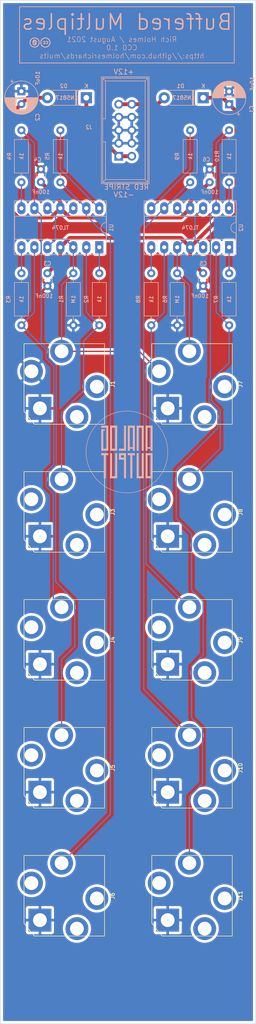
<source format=kicad_pcb>
(kicad_pcb (version 20171130) (host pcbnew 5.1.10-88a1d61d58~90~ubuntu20.04.1)
  (layers (0 F.Cu signal hide) (31 B.Cu signal hide) (34 B.Paste user) (35 F.Paste user) (36 B.SilkS user) (37 F.SilkS user) (38 B.Mask user) (39 F.Mask user) (44 Edge.Cuts user))
  (net 0 "")
  (net 1 GND)
  (net 2 +12V)
  (net 3 -12V)
  (net 4 /+12_IN)
  (net 5 /-12_IN)
  (net 6 "Net-(J1-PadT)")
  (net 7 "Net-(J3-PadT)")
  (net 8 "Net-(J4-PadT)")
  (net 9 "Net-(J5-PadT)")
  (net 10 "Net-(J6-PadT)")
  (net 11 "Net-(J7-PadT)")
  (net 12 "Net-(J8-PadT)")
  (net 13 "Net-(J9-PadT)")
  (net 14 "Net-(J10-PadT)")
  (net 15 "Net-(J11-PadT)")
  (net 16 "Net-(R2-Pad2)")
  (net 17 "Net-(R3-Pad2)")
  (net 18 "Net-(R4-Pad2)")
  (net 19 "Net-(R5-Pad2)")
  (net 20 "Net-(R7-Pad2)")
  (net 21 "Net-(R8-Pad2)")
  (net 22 "Net-(R9-Pad2)")
  (net 23 "Net-(R10-Pad2)")
  (module ao_tht:DIP-14_W7.62mm_Socket_LongPads (layer B.Cu) (at 144.78 48.26 90)
    (fp_text reference U2 (at 3.81 2.33 90) (layer B.SilkS) (effects (font (size 0.75 0.75)) (justify mirror)))
    (fp_text value TL074)
    (fp_text user %V (at 3.81 -7.62 180) (layer B.SilkS) (effects (font (size 0.75 0.75)) (justify mirror)))
    (pad 14 thru_hole oval (at 7.62 0 90) (size 2.4 1.6) (drill 0.8) (layers *.Cu *.Mask) (net 23 "Net-(R10-Pad2)"))
    (pad 7 thru_hole oval (at 0 -15.24 90) (size 2.4 1.6) (drill 0.8) (layers *.Cu *.Mask) (net 21 "Net-(R8-Pad2)"))
    (pad 13 thru_hole oval (at 7.62 -2.54 90) (size 2.4 1.6) (drill 0.8) (layers *.Cu *.Mask) (net 15 "Net-(J11-PadT)"))
    (pad 6 thru_hole oval (at 0 -12.7 90) (size 2.4 1.6) (drill 0.8) (layers *.Cu *.Mask) (net 13 "Net-(J9-PadT)"))
    (pad 12 thru_hole oval (at 7.62 -5.08 90) (size 2.4 1.6) (drill 0.8) (layers *.Cu *.Mask) (net 11 "Net-(J7-PadT)"))
    (pad 5 thru_hole oval (at 0 -10.16 90) (size 2.4 1.6) (drill 0.8) (layers *.Cu *.Mask) (net 11 "Net-(J7-PadT)"))
    (pad 11 thru_hole oval (at 7.62 -7.62 90) (size 2.4 1.6) (drill 0.8) (layers *.Cu *.Mask) (net 3 -12V))
    (pad 4 thru_hole oval (at 0 -7.62 90) (size 2.4 1.6) (drill 0.8) (layers *.Cu *.Mask) (net 2 +12V))
    (pad 10 thru_hole oval (at 7.62 -10.16 90) (size 2.4 1.6) (drill 0.8) (layers *.Cu *.Mask) (net 11 "Net-(J7-PadT)"))
    (pad 3 thru_hole oval (at 0 -5.08 90) (size 2.4 1.6) (drill 0.8) (layers *.Cu *.Mask) (net 11 "Net-(J7-PadT)"))
    (pad 9 thru_hole oval (at 7.62 -12.7 90) (size 2.4 1.6) (drill 0.8) (layers *.Cu *.Mask) (net 14 "Net-(J10-PadT)"))
    (pad 2 thru_hole oval (at 0 -2.54 90) (size 2.4 1.6) (drill 0.8) (layers *.Cu *.Mask) (net 12 "Net-(J8-PadT)"))
    (pad 8 thru_hole oval (at 7.62 -15.24 90) (size 2.4 1.6) (drill 0.8) (layers *.Cu *.Mask) (net 22 "Net-(R9-Pad2)"))
    (pad 1 thru_hole rect (at 0 0 90) (size 2.4 1.6) (drill 0.8) (layers *.Cu *.Mask) (net 20 "Net-(R7-Pad2)"))
  )
  (module ao_tht:DIP-14_W7.62mm_Socket_LongPads (layer B.Cu) (at 119.38 48.26 90)
    (fp_text reference U1 (at 3.81 2.33 90) (layer B.SilkS) (effects (font (size 0.75 0.75)) (justify mirror)))
    (fp_text value TL074)
    (fp_text user %V (at 3.81 -7.62 180) (layer B.SilkS) (effects (font (size 0.75 0.75)) (justify mirror)))
    (pad 14 thru_hole oval (at 7.62 0 90) (size 2.4 1.6) (drill 0.8) (layers *.Cu *.Mask) (net 19 "Net-(R5-Pad2)"))
    (pad 7 thru_hole oval (at 0 -15.24 90) (size 2.4 1.6) (drill 0.8) (layers *.Cu *.Mask) (net 17 "Net-(R3-Pad2)"))
    (pad 13 thru_hole oval (at 7.62 -2.54 90) (size 2.4 1.6) (drill 0.8) (layers *.Cu *.Mask) (net 10 "Net-(J6-PadT)"))
    (pad 6 thru_hole oval (at 0 -12.7 90) (size 2.4 1.6) (drill 0.8) (layers *.Cu *.Mask) (net 8 "Net-(J4-PadT)"))
    (pad 12 thru_hole oval (at 7.62 -5.08 90) (size 2.4 1.6) (drill 0.8) (layers *.Cu *.Mask) (net 6 "Net-(J1-PadT)"))
    (pad 5 thru_hole oval (at 0 -10.16 90) (size 2.4 1.6) (drill 0.8) (layers *.Cu *.Mask) (net 6 "Net-(J1-PadT)"))
    (pad 11 thru_hole oval (at 7.62 -7.62 90) (size 2.4 1.6) (drill 0.8) (layers *.Cu *.Mask) (net 3 -12V))
    (pad 4 thru_hole oval (at 0 -7.62 90) (size 2.4 1.6) (drill 0.8) (layers *.Cu *.Mask) (net 2 +12V))
    (pad 10 thru_hole oval (at 7.62 -10.16 90) (size 2.4 1.6) (drill 0.8) (layers *.Cu *.Mask) (net 6 "Net-(J1-PadT)"))
    (pad 3 thru_hole oval (at 0 -5.08 90) (size 2.4 1.6) (drill 0.8) (layers *.Cu *.Mask) (net 6 "Net-(J1-PadT)"))
    (pad 9 thru_hole oval (at 7.62 -12.7 90) (size 2.4 1.6) (drill 0.8) (layers *.Cu *.Mask) (net 9 "Net-(J5-PadT)"))
    (pad 2 thru_hole oval (at 0 -2.54 90) (size 2.4 1.6) (drill 0.8) (layers *.Cu *.Mask) (net 7 "Net-(J3-PadT)"))
    (pad 8 thru_hole oval (at 7.62 -15.24 90) (size 2.4 1.6) (drill 0.8) (layers *.Cu *.Mask) (net 18 "Net-(R4-Pad2)"))
    (pad 1 thru_hole rect (at 0 0 90) (size 2.4 1.6) (drill 0.8) (layers *.Cu *.Mask) (net 16 "Net-(R2-Pad2)"))
  )
  (module ao_tht:R_Axial_DIN0207_L6.3mm_D2.5mm_P10.16mm_Horizontal (layer B.Cu) (at 144.78 25.4 270)
    (fp_text reference R10 (at 5.08 2.37 90) (layer B.SilkS) (effects (font (size 0.75 0.75)) (justify mirror)))
    (fp_text value 1k)
    (fp_text user %V (at 5.08 0 90) (layer B.SilkS) (effects (font (size 0.75 0.75)) (justify mirror)))
    (pad 1 thru_hole circle (at 0 0 270) (size 1.6 1.6) (drill 0.8) (layers *.Cu *.Mask) (net 15 "Net-(J11-PadT)"))
    (pad 2 thru_hole oval (at 10.16 0 270) (size 1.6 1.6) (drill 0.8) (layers *.Cu *.Mask) (net 23 "Net-(R10-Pad2)"))
  )
  (module ao_tht:R_Axial_DIN0207_L6.3mm_D2.5mm_P10.16mm_Horizontal (layer B.Cu) (at 137.16 35.56 90)
    (fp_text reference R9 (at 5.08 -2.54 90) (layer B.SilkS) (effects (font (size 0.75 0.75)) (justify mirror)))
    (fp_text value 1k)
    (fp_text user %V (at 5.08 0 90) (layer B.SilkS) (effects (font (size 0.75 0.75)) (justify mirror)))
    (pad 1 thru_hole circle (at 0 0 90) (size 1.6 1.6) (drill 0.8) (layers *.Cu *.Mask) (net 14 "Net-(J10-PadT)"))
    (pad 2 thru_hole oval (at 10.16 0 90) (size 1.6 1.6) (drill 0.8) (layers *.Cu *.Mask) (net 22 "Net-(R9-Pad2)"))
  )
  (module ao_tht:R_Axial_DIN0207_L6.3mm_D2.5mm_P10.16mm_Horizontal (layer B.Cu) (at 129.54 63.5 90)
    (fp_text reference R8 (at 5.08 -2.54 90) (layer B.SilkS) (effects (font (size 0.75 0.75)) (justify mirror)))
    (fp_text value 1k)
    (fp_text user %V (at 5.08 0 90) (layer B.SilkS) (effects (font (size 0.75 0.75)) (justify mirror)))
    (pad 1 thru_hole circle (at 0 0 90) (size 1.6 1.6) (drill 0.8) (layers *.Cu *.Mask) (net 13 "Net-(J9-PadT)"))
    (pad 2 thru_hole oval (at 10.16 0 90) (size 1.6 1.6) (drill 0.8) (layers *.Cu *.Mask) (net 21 "Net-(R8-Pad2)"))
  )
  (module ao_tht:R_Axial_DIN0207_L6.3mm_D2.5mm_P10.16mm_Horizontal (layer B.Cu) (at 144.78 63.5 90)
    (fp_text reference R7 (at 5.08 -2.54 90) (layer B.SilkS) (effects (font (size 0.75 0.75)) (justify mirror)))
    (fp_text value 1k)
    (fp_text user %V (at 5.08 0 90) (layer B.SilkS) (effects (font (size 0.75 0.75)) (justify mirror)))
    (pad 1 thru_hole circle (at 0 0 90) (size 1.6 1.6) (drill 0.8) (layers *.Cu *.Mask) (net 12 "Net-(J8-PadT)"))
    (pad 2 thru_hole oval (at 10.16 0 90) (size 1.6 1.6) (drill 0.8) (layers *.Cu *.Mask) (net 20 "Net-(R7-Pad2)"))
  )
  (module ao_tht:R_Axial_DIN0207_L6.3mm_D2.5mm_P10.16mm_Horizontal (layer B.Cu) (at 134.62 53.34 270)
    (fp_text reference R6 (at 5.08 2.37 90) (layer B.SilkS) (effects (font (size 0.75 0.75)) (justify mirror)))
    (fp_text value 1M)
    (fp_text user %V (at 5.08 0 90) (layer B.SilkS) (effects (font (size 0.75 0.75)) (justify mirror)))
    (pad 1 thru_hole circle (at 0 0 270) (size 1.6 1.6) (drill 0.8) (layers *.Cu *.Mask) (net 11 "Net-(J7-PadT)"))
    (pad 2 thru_hole oval (at 10.16 0 270) (size 1.6 1.6) (drill 0.8) (layers *.Cu *.Mask) (net 1 GND))
  )
  (module ao_tht:R_Axial_DIN0207_L6.3mm_D2.5mm_P10.16mm_Horizontal (layer B.Cu) (at 111.76 35.56 90)
    (fp_text reference R5 (at 5.08 -2.54 90) (layer B.SilkS) (effects (font (size 0.75 0.75)) (justify mirror)))
    (fp_text value 1k)
    (fp_text user %V (at 5.08 0 90) (layer B.SilkS) (effects (font (size 0.75 0.75)) (justify mirror)))
    (pad 1 thru_hole circle (at 0 0 90) (size 1.6 1.6) (drill 0.8) (layers *.Cu *.Mask) (net 10 "Net-(J6-PadT)"))
    (pad 2 thru_hole oval (at 10.16 0 90) (size 1.6 1.6) (drill 0.8) (layers *.Cu *.Mask) (net 19 "Net-(R5-Pad2)"))
  )
  (module ao_tht:R_Axial_DIN0207_L6.3mm_D2.5mm_P10.16mm_Horizontal (layer B.Cu) (at 104.14 25.4 270)
    (fp_text reference R4 (at 5.08 2.37 90) (layer B.SilkS) (effects (font (size 0.75 0.75)) (justify mirror)))
    (fp_text value 1k)
    (fp_text user %V (at 5.08 0 90) (layer B.SilkS) (effects (font (size 0.75 0.75)) (justify mirror)))
    (pad 1 thru_hole circle (at 0 0 270) (size 1.6 1.6) (drill 0.8) (layers *.Cu *.Mask) (net 9 "Net-(J5-PadT)"))
    (pad 2 thru_hole oval (at 10.16 0 270) (size 1.6 1.6) (drill 0.8) (layers *.Cu *.Mask) (net 18 "Net-(R4-Pad2)"))
  )
  (module ao_tht:R_Axial_DIN0207_L6.3mm_D2.5mm_P10.16mm_Horizontal (layer B.Cu) (at 104.14 63.5 90)
    (fp_text reference R3 (at 5.08 -2.54 90) (layer B.SilkS) (effects (font (size 0.75 0.75)) (justify mirror)))
    (fp_text value 1k)
    (fp_text user %V (at 5.08 0 90) (layer B.SilkS) (effects (font (size 0.75 0.75)) (justify mirror)))
    (pad 1 thru_hole circle (at 0 0 90) (size 1.6 1.6) (drill 0.8) (layers *.Cu *.Mask) (net 8 "Net-(J4-PadT)"))
    (pad 2 thru_hole oval (at 10.16 0 90) (size 1.6 1.6) (drill 0.8) (layers *.Cu *.Mask) (net 17 "Net-(R3-Pad2)"))
  )
  (module ao_tht:R_Axial_DIN0207_L6.3mm_D2.5mm_P10.16mm_Horizontal (layer B.Cu) (at 119.38 63.5 90)
    (fp_text reference R2 (at 5.08 -2.54 90) (layer B.SilkS) (effects (font (size 0.75 0.75)) (justify mirror)))
    (fp_text value 1k)
    (fp_text user %V (at 5.08 0 90) (layer B.SilkS) (effects (font (size 0.75 0.75)) (justify mirror)))
    (pad 1 thru_hole circle (at 0 0 90) (size 1.6 1.6) (drill 0.8) (layers *.Cu *.Mask) (net 7 "Net-(J3-PadT)"))
    (pad 2 thru_hole oval (at 10.16 0 90) (size 1.6 1.6) (drill 0.8) (layers *.Cu *.Mask) (net 16 "Net-(R2-Pad2)"))
  )
  (module ao_tht:R_Axial_DIN0207_L6.3mm_D2.5mm_P10.16mm_Horizontal (layer B.Cu) (at 114.3 53.34 270)
    (fp_text reference R1 (at 5.08 2.37 90) (layer B.SilkS) (effects (font (size 0.75 0.75)) (justify mirror)))
    (fp_text value 1M)
    (fp_text user %V (at 5.08 0 90) (layer B.SilkS) (effects (font (size 0.75 0.75)) (justify mirror)))
    (pad 1 thru_hole circle (at 0 0 270) (size 1.6 1.6) (drill 0.8) (layers *.Cu *.Mask) (net 6 "Net-(J1-PadT)"))
    (pad 2 thru_hole oval (at 10.16 0 270) (size 1.6 1.6) (drill 0.8) (layers *.Cu *.Mask) (net 1 GND))
  )
  (module ao_tht:Jack_6.35mm_PJ_629HAN (layer F.Cu) (at 137.5 175 270)
    (fp_text reference J11 (at 0 -9.5 90) (layer F.SilkS) (effects (font (size 0.75 0.75))))
    (fp_text value AudioJack2)
    (pad RN thru_hole circle (at 6.4 -2.5 270) (size 4.500001 4.500001) (drill 2.7) (layers *.Cu *.Mask))
    (pad TN thru_hole circle (at -2.5 6.4 270) (size 4.5 4.5) (drill 2.7) (layers *.Cu *.Mask))
    (pad R thru_hole circle (at 0.5 -6.4 270) (size 4.500001 4.500001) (drill 2.7) (layers *.Cu *.Mask))
    (pad S thru_hole rect (at 4.74 4.74 270) (size 4.500001 4.500001) (drill 2.7) (layers *.Cu *.Mask) (net 1 GND))
    (pad T thru_hole circle (at -6.4 0.5 270) (size 4.5 4.5) (drill 2.7) (layers *.Cu *.Mask) (net 15 "Net-(J11-PadT)"))
  )
  (module ao_tht:Jack_6.35mm_PJ_629HAN (layer F.Cu) (at 137.5 150 270)
    (fp_text reference J10 (at 0 -9.5 90) (layer F.SilkS) (effects (font (size 0.75 0.75))))
    (fp_text value AudioJack2)
    (pad RN thru_hole circle (at 6.4 -2.5 270) (size 4.500001 4.500001) (drill 2.7) (layers *.Cu *.Mask))
    (pad TN thru_hole circle (at -2.5 6.4 270) (size 4.5 4.5) (drill 2.7) (layers *.Cu *.Mask))
    (pad R thru_hole circle (at 0.5 -6.4 270) (size 4.500001 4.500001) (drill 2.7) (layers *.Cu *.Mask))
    (pad S thru_hole rect (at 4.74 4.74 270) (size 4.500001 4.500001) (drill 2.7) (layers *.Cu *.Mask) (net 1 GND))
    (pad T thru_hole circle (at -6.4 0.5 270) (size 4.5 4.5) (drill 2.7) (layers *.Cu *.Mask) (net 14 "Net-(J10-PadT)"))
  )
  (module ao_tht:Jack_6.35mm_PJ_629HAN (layer F.Cu) (at 137.5 125 270)
    (fp_text reference J9 (at 0 -9.5 90) (layer F.SilkS) (effects (font (size 0.75 0.75))))
    (fp_text value AudioJack2)
    (pad RN thru_hole circle (at 6.4 -2.5 270) (size 4.500001 4.500001) (drill 2.7) (layers *.Cu *.Mask))
    (pad TN thru_hole circle (at -2.5 6.4 270) (size 4.5 4.5) (drill 2.7) (layers *.Cu *.Mask))
    (pad R thru_hole circle (at 0.5 -6.4 270) (size 4.500001 4.500001) (drill 2.7) (layers *.Cu *.Mask))
    (pad S thru_hole rect (at 4.74 4.74 270) (size 4.500001 4.500001) (drill 2.7) (layers *.Cu *.Mask) (net 1 GND))
    (pad T thru_hole circle (at -6.4 0.5 270) (size 4.5 4.5) (drill 2.7) (layers *.Cu *.Mask) (net 13 "Net-(J9-PadT)"))
  )
  (module ao_tht:Jack_6.35mm_PJ_629HAN (layer F.Cu) (at 137.5 100 270)
    (fp_text reference J8 (at 0 -9.5 90) (layer F.SilkS) (effects (font (size 0.75 0.75))))
    (fp_text value AudioJack2)
    (pad RN thru_hole circle (at 6.4 -2.5 270) (size 4.500001 4.500001) (drill 2.7) (layers *.Cu *.Mask))
    (pad TN thru_hole circle (at -2.5 6.4 270) (size 4.5 4.5) (drill 2.7) (layers *.Cu *.Mask))
    (pad R thru_hole circle (at 0.5 -6.4 270) (size 4.500001 4.500001) (drill 2.7) (layers *.Cu *.Mask))
    (pad S thru_hole rect (at 4.74 4.74 270) (size 4.500001 4.500001) (drill 2.7) (layers *.Cu *.Mask) (net 1 GND))
    (pad T thru_hole circle (at -6.4 0.5 270) (size 4.5 4.5) (drill 2.7) (layers *.Cu *.Mask) (net 12 "Net-(J8-PadT)"))
  )
  (module ao_tht:Jack_6.35mm_PJ_629HAN (layer F.Cu) (at 137.5 75 270)
    (fp_text reference J7 (at 0 -9.5 90) (layer F.SilkS) (effects (font (size 0.75 0.75))))
    (fp_text value AudioJack2_SwitchT)
    (pad RN thru_hole circle (at 6.4 -2.5 270) (size 4.500001 4.500001) (drill 2.7) (layers *.Cu *.Mask))
    (pad TN thru_hole circle (at -2.5 6.4 270) (size 4.5 4.5) (drill 2.7) (layers *.Cu *.Mask) (net 6 "Net-(J1-PadT)"))
    (pad R thru_hole circle (at 0.5 -6.4 270) (size 4.500001 4.500001) (drill 2.7) (layers *.Cu *.Mask))
    (pad S thru_hole rect (at 4.74 4.74 270) (size 4.500001 4.500001) (drill 2.7) (layers *.Cu *.Mask) (net 1 GND))
    (pad T thru_hole circle (at -6.4 0.5 270) (size 4.5 4.5) (drill 2.7) (layers *.Cu *.Mask) (net 11 "Net-(J7-PadT)"))
  )
  (module ao_tht:Jack_6.35mm_PJ_629HAN (layer F.Cu) (at 112.5 175 270)
    (fp_text reference J6 (at 0 -9.5 90) (layer F.SilkS) (effects (font (size 0.75 0.75))))
    (fp_text value AudioJack2)
    (pad RN thru_hole circle (at 6.4 -2.5 270) (size 4.500001 4.500001) (drill 2.7) (layers *.Cu *.Mask))
    (pad TN thru_hole circle (at -2.5 6.4 270) (size 4.5 4.5) (drill 2.7) (layers *.Cu *.Mask))
    (pad R thru_hole circle (at 0.5 -6.4 270) (size 4.500001 4.500001) (drill 2.7) (layers *.Cu *.Mask))
    (pad S thru_hole rect (at 4.74 4.74 270) (size 4.500001 4.500001) (drill 2.7) (layers *.Cu *.Mask) (net 1 GND))
    (pad T thru_hole circle (at -6.4 0.5 270) (size 4.5 4.5) (drill 2.7) (layers *.Cu *.Mask) (net 10 "Net-(J6-PadT)"))
  )
  (module ao_tht:Jack_6.35mm_PJ_629HAN (layer F.Cu) (at 112.5 150 270)
    (fp_text reference J5 (at 0 -9.5 90) (layer F.SilkS) (effects (font (size 0.75 0.75))))
    (fp_text value AudioJack2)
    (pad RN thru_hole circle (at 6.4 -2.5 270) (size 4.500001 4.500001) (drill 2.7) (layers *.Cu *.Mask))
    (pad TN thru_hole circle (at -2.5 6.4 270) (size 4.5 4.5) (drill 2.7) (layers *.Cu *.Mask))
    (pad R thru_hole circle (at 0.5 -6.4 270) (size 4.500001 4.500001) (drill 2.7) (layers *.Cu *.Mask))
    (pad S thru_hole rect (at 4.74 4.74 270) (size 4.500001 4.500001) (drill 2.7) (layers *.Cu *.Mask) (net 1 GND))
    (pad T thru_hole circle (at -6.4 0.5 270) (size 4.5 4.5) (drill 2.7) (layers *.Cu *.Mask) (net 9 "Net-(J5-PadT)"))
  )
  (module ao_tht:Jack_6.35mm_PJ_629HAN (layer F.Cu) (at 112.5 125 270)
    (fp_text reference J4 (at 0 -9.5 90) (layer F.SilkS) (effects (font (size 0.75 0.75))))
    (fp_text value AudioJack2)
    (pad RN thru_hole circle (at 6.4 -2.5 270) (size 4.500001 4.500001) (drill 2.7) (layers *.Cu *.Mask))
    (pad TN thru_hole circle (at -2.5 6.4 270) (size 4.5 4.5) (drill 2.7) (layers *.Cu *.Mask))
    (pad R thru_hole circle (at 0.5 -6.4 270) (size 4.500001 4.500001) (drill 2.7) (layers *.Cu *.Mask))
    (pad S thru_hole rect (at 4.74 4.74 270) (size 4.500001 4.500001) (drill 2.7) (layers *.Cu *.Mask) (net 1 GND))
    (pad T thru_hole circle (at -6.4 0.5 270) (size 4.5 4.5) (drill 2.7) (layers *.Cu *.Mask) (net 8 "Net-(J4-PadT)"))
  )
  (module ao_tht:Jack_6.35mm_PJ_629HAN (layer F.Cu) (at 112.5 100 270)
    (fp_text reference J3 (at 0 -9.5 90) (layer F.SilkS) (effects (font (size 0.75 0.75))))
    (fp_text value AudioJack2)
    (pad RN thru_hole circle (at 6.4 -2.5 270) (size 4.500001 4.500001) (drill 2.7) (layers *.Cu *.Mask))
    (pad TN thru_hole circle (at -2.5 6.4 270) (size 4.5 4.5) (drill 2.7) (layers *.Cu *.Mask))
    (pad R thru_hole circle (at 0.5 -6.4 270) (size 4.500001 4.500001) (drill 2.7) (layers *.Cu *.Mask))
    (pad S thru_hole rect (at 4.74 4.74 270) (size 4.500001 4.500001) (drill 2.7) (layers *.Cu *.Mask) (net 1 GND))
    (pad T thru_hole circle (at -6.4 0.5 270) (size 4.5 4.5) (drill 2.7) (layers *.Cu *.Mask) (net 7 "Net-(J3-PadT)"))
  )
  (module ao_tht:Power_Header (layer B.Cu) (at 123.19 30.48)
    (fp_text reference J2 (at -5.85 -5.67) (layer B.SilkS) (effects (font (size 0.75 0.75)) (justify mirror)))
    (fp_text value Synth_power_2x5)
    (fp_text user "RED STRIPE" (at 1.5 6) (layer B.SilkS) (effects (justify mirror)))
    (fp_text user -12V (at 1 7.5) (layer B.SilkS) (effects (justify mirror)))
    (fp_text user +12V (at 1 -16.5) (layer B.SilkS) (effects (justify mirror)))
    (pad 10 thru_hole oval (at 2.54 -10.16) (size 1.7272 1.7272) (drill 1.016) (layers *.Cu *.Mask) (net 4 /+12_IN))
    (pad 9 thru_hole oval (at 0 -10.16) (size 1.7272 1.7272) (drill 1.016) (layers *.Cu *.Mask) (net 4 /+12_IN))
    (pad 8 thru_hole oval (at 2.54 -7.62) (size 1.7272 1.7272) (drill 1.016) (layers *.Cu *.Mask) (net 1 GND))
    (pad 7 thru_hole oval (at 0 -7.62) (size 1.7272 1.7272) (drill 1.016) (layers *.Cu *.Mask) (net 1 GND))
    (pad 6 thru_hole oval (at 2.54 -5.08) (size 1.7272 1.7272) (drill 1.016) (layers *.Cu *.Mask) (net 1 GND))
    (pad 5 thru_hole oval (at 0 -5.08) (size 1.7272 1.7272) (drill 1.016) (layers *.Cu *.Mask) (net 1 GND))
    (pad 4 thru_hole oval (at 2.54 -2.54) (size 1.7272 1.7272) (drill 1.016) (layers *.Cu *.Mask) (net 1 GND))
    (pad 3 thru_hole oval (at 0 -2.54) (size 1.7272 1.7272) (drill 1.016) (layers *.Cu *.Mask) (net 1 GND))
    (pad 2 thru_hole oval (at 2.54 0) (size 1.7272 1.7272) (drill 1.016) (layers *.Cu *.Mask) (net 5 /-12_IN))
    (pad 1 thru_hole rect (at 0 0) (size 1.7272 1.7272) (drill 1.016) (layers *.Cu *.Mask) (net 5 /-12_IN))
  )
  (module ao_tht:Jack_6.35mm_PJ_629HAN (layer F.Cu) (at 112.5 75 270)
    (fp_text reference J1 (at 0 -9.5 90) (layer F.SilkS) (effects (font (size 0.75 0.75))))
    (fp_text value AudioJack2_SwitchT)
    (pad RN thru_hole circle (at 6.4 -2.5 270) (size 4.500001 4.500001) (drill 2.7) (layers *.Cu *.Mask))
    (pad TN thru_hole circle (at -2.5 6.4 270) (size 4.5 4.5) (drill 2.7) (layers *.Cu *.Mask) (net 1 GND))
    (pad R thru_hole circle (at 0.5 -6.4 270) (size 4.500001 4.500001) (drill 2.7) (layers *.Cu *.Mask))
    (pad S thru_hole rect (at 4.74 4.74 270) (size 4.500001 4.500001) (drill 2.7) (layers *.Cu *.Mask) (net 1 GND))
    (pad T thru_hole circle (at -6.4 0.5 270) (size 4.5 4.5) (drill 2.7) (layers *.Cu *.Mask) (net 6 "Net-(J1-PadT)"))
  )
  (module ao_tht:CC0_logo (layer B.Cu) (at 107.78 8.26 180)
    (fp_text reference GRAF3 hide)
    (fp_text value "CC0 logo" hide)
  )
  (module ao_tht:analogoutput (layer B.Cu) (at 124.78 88.26 180)
    (fp_text reference GRAF2 hide)
    (fp_text value "AO logo" hide)
  )
  (module multiples:multiples_panel_holes (layer F.Cu) (at 125 100)
    (fp_text reference GRAF1 hide)
    (fp_text value Holes hide)
  )
  (module ao_tht:D_DO-41_SOD81_P7.62mm_Horizontal (layer B.Cu) (at 116.84 19.05 180)
    (fp_text reference D2 (at 4.445 2.286) (layer B.SilkS) (effects (font (size 0.75 0.75)) (justify mirror)))
    (fp_text value 1N5817)
    (fp_text user K (at 0 2.286) (layer B.SilkS) (effects (font (size 0.75 0.75)) (justify mirror)))
    (fp_text user %V (at 3.81 0) (layer B.SilkS) (effects (font (size 0.75 0.75)) (justify mirror)))
    (pad 2 thru_hole oval (at 7.62 0 180) (size 2.2 2.2) (drill 1.1) (layers *.Cu *.Mask) (net 3 -12V))
    (pad 1 thru_hole rect (at 0 0 180) (size 2.2 2.2) (drill 1.1) (layers *.Cu *.Mask) (net 5 /-12_IN))
  )
  (module ao_tht:D_DO-41_SOD81_P7.62mm_Horizontal (layer B.Cu) (at 139.7 19.05 180)
    (fp_text reference D1 (at 4.445 2.286) (layer B.SilkS) (effects (font (size 0.75 0.75)) (justify mirror)))
    (fp_text value 1N5817)
    (fp_text user K (at 0 2.286) (layer B.SilkS) (effects (font (size 0.75 0.75)) (justify mirror)))
    (fp_text user %V (at 3.81 0) (layer B.SilkS) (effects (font (size 0.75 0.75)) (justify mirror)))
    (pad 2 thru_hole oval (at 7.62 0 180) (size 2.2 2.2) (drill 1.1) (layers *.Cu *.Mask) (net 4 /+12_IN))
    (pad 1 thru_hole rect (at 0 0 180) (size 2.2 2.2) (drill 1.1) (layers *.Cu *.Mask) (net 2 +12V))
  )
  (module ao_tht:C_Disc_D3.0mm_W1.6mm_P2.50mm (layer B.Cu) (at 140.97 33.06 270)
    (fp_text reference C6 (at -1.945 0.635 180) (layer B.SilkS) (effects (font (size 0.75 0.75)) (justify mirror)))
    (fp_text value 100nF)
    (fp_text user %V (at 4.405 0 180) (layer B.SilkS) (effects (font (size 0.75 0.75)) (justify mirror)))
    (pad 2 thru_hole circle (at 2.5 0 270) (size 1.6 1.6) (drill 0.8) (layers *.Cu *.Mask) (net 3 -12V))
    (pad 1 thru_hole circle (at 0 0 270) (size 1.6 1.6) (drill 0.8) (layers *.Cu *.Mask) (net 1 GND))
  )
  (module ao_tht:C_Disc_D3.0mm_W1.6mm_P2.50mm (layer B.Cu) (at 139.7 53.34 270)
    (fp_text reference C5 (at -1.905 0 180) (layer B.SilkS) (effects (font (size 0.75 0.75)) (justify mirror)))
    (fp_text value 100nF)
    (fp_text user %V (at 4.445 0.635 180) (layer B.SilkS) (effects (font (size 0.75 0.75)) (justify mirror)))
    (pad 2 thru_hole circle (at 2.5 0 270) (size 1.6 1.6) (drill 0.8) (layers *.Cu *.Mask) (net 1 GND))
    (pad 1 thru_hole circle (at 0 0 270) (size 1.6 1.6) (drill 0.8) (layers *.Cu *.Mask) (net 2 +12V))
  )
  (module ao_tht:C_Disc_D3.0mm_W1.6mm_P2.50mm (layer B.Cu) (at 107.95 33.02 270)
    (fp_text reference C4 (at -1.905 0.635 180) (layer B.SilkS) (effects (font (size 0.75 0.75)) (justify mirror)))
    (fp_text value 100nF)
    (fp_text user %V (at 4.445 0 180) (layer B.SilkS) (effects (font (size 0.75 0.75)) (justify mirror)))
    (pad 2 thru_hole circle (at 2.5 0 270) (size 1.6 1.6) (drill 0.8) (layers *.Cu *.Mask) (net 3 -12V))
    (pad 1 thru_hole circle (at 0 0 270) (size 1.6 1.6) (drill 0.8) (layers *.Cu *.Mask) (net 1 GND))
  )
  (module ao_tht:C_Disc_D3.0mm_W1.6mm_P2.50mm (layer B.Cu) (at 109.22 53.34 270)
    (fp_text reference C3 (at -1.905 0 180) (layer B.SilkS) (effects (font (size 0.75 0.75)) (justify mirror)))
    (fp_text value 100nF)
    (fp_text user %V (at 4.445 0.635 180) (layer B.SilkS) (effects (font (size 0.75 0.75)) (justify mirror)))
    (pad 2 thru_hole circle (at 2.5 0 270) (size 1.6 1.6) (drill 0.8) (layers *.Cu *.Mask) (net 1 GND))
    (pad 1 thru_hole circle (at 0 0 270) (size 1.6 1.6) (drill 0.8) (layers *.Cu *.Mask) (net 2 +12V))
  )
  (module ao_tht:CP_Radial_D6.3mm_P2.50mm (layer B.Cu) (at 104.14 17.78 270)
    (fp_text reference C2 (at 5.08 -3.175 90) (layer B.SilkS) (effects (font (size 0.75 0.75)) (justify mirror)))
    (fp_text value 10uF)
    (fp_text user %V (at -2.54 -3.175 90) (layer B.SilkS) (effects (font (size 0.75 0.75)) (justify mirror)))
    (pad 2 thru_hole circle (at 2.5 0 270) (size 1.6 1.6) (drill 0.8) (layers *.Cu *.Mask) (net 3 -12V))
    (pad 1 thru_hole rect (at 0 0 270) (size 1.6 1.6) (drill 0.8) (layers *.Cu *.Mask) (net 1 GND))
  )
  (module ao_tht:CP_Radial_D6.3mm_P2.50mm (layer B.Cu) (at 144.78 20.32 90)
    (fp_text reference C1 (at -1 4.4 90) (layer B.SilkS) (effects (font (size 0.75 0.75)) (justify mirror)))
    (fp_text value 10uF)
    (fp_text user %V (at 4 4.5 90) (layer B.SilkS) (effects (font (size 0.75 0.75)) (justify mirror)))
    (pad 2 thru_hole circle (at 2.5 0 90) (size 1.6 1.6) (drill 0.8) (layers *.Cu *.Mask) (net 1 GND))
    (pad 1 thru_hole rect (at 0 0 90) (size 1.6 1.6) (drill 0.8) (layers *.Cu *.Mask) (net 2 +12V))
  )
  (gr_line (start 145.78 12.26) (end 145.78 1.26) (layer B.SilkS) (width 0.15))
  (gr_line (start 103.78 12.26) (end 145.78 12.26) (layer B.SilkS) (width 0.15))
  (gr_line (start 103.78 1.26) (end 103.78 12.26) (layer B.SilkS) (width 0.15))
  (gr_line (start 145.78 1.26) (end 103.78 1.26) (layer B.SilkS) (width 0.15))
  (gr_text "Rich Holmes / August 2021\nCC0 1.0\nhttps://github.com/holmesrichards/mults" (at 123.78 9.26) (layer B.SilkS) (effects (font (size 1 1) (thickness 0.1)) (justify mirror)))
  (gr_text "Buffered Multiples" (at 124.78 4.26) (layer B.SilkS) (effects (font (size 3 3) (thickness 0.3)) (justify mirror)))
  (gr_line (start 100 200) (end 100 0) (layer Edge.Cuts) (width 0.1))
  (gr_line (start 150 200) (end 100 200) (layer Edge.Cuts) (width 0.1))
  (gr_line (start 150 0) (end 150 200) (layer Edge.Cuts) (width 0.1))
  (gr_line (start 100 0) (end 150 0) (layer Edge.Cuts) (width 0.1))
  (segment (start 143.51 19.05) (end 144.78 20.32) (width 0.75) (layer F.Cu) (net 2))
  (segment (start 139.7 19.05) (end 143.51 19.05) (width 0.75) (layer F.Cu) (net 2))
  (segment (start 142.95499 42.46501) (end 137.16 48.26) (width 0.75) (layer F.Cu) (net 2))
  (segment (start 145.370258 42.46501) (end 142.95499 42.46501) (width 0.75) (layer F.Cu) (net 2))
  (segment (start 146.20501 41.630258) (end 145.370258 42.46501) (width 0.75) (layer F.Cu) (net 2))
  (segment (start 146.20501 21.74501) (end 146.20501 41.630258) (width 0.75) (layer F.Cu) (net 2))
  (segment (start 144.78 20.32) (end 146.20501 21.74501) (width 0.75) (layer F.Cu) (net 2))
  (segment (start 137.16 48.26) (end 137.16 50.8) (width 0.75) (layer F.Cu) (net 2))
  (segment (start 113.58501 46.43499) (end 111.76 48.26) (width 0.75) (layer F.Cu) (net 2))
  (segment (start 135.33499 46.43499) (end 113.58501 46.43499) (width 0.75) (layer F.Cu) (net 2))
  (segment (start 137.16 48.26) (end 135.33499 46.43499) (width 0.75) (layer F.Cu) (net 2))
  (segment (start 111.76 50.8) (end 109.22 53.34) (width 0.75) (layer F.Cu) (net 2))
  (segment (start 111.76 48.26) (end 111.76 50.8) (width 0.75) (layer F.Cu) (net 2))
  (segment (start 139.7 53.34) (end 137.16 50.8) (width 0.75) (layer F.Cu) (net 2))
  (segment (start 105.37 19.05) (end 104.14 20.28) (width 0.75) (layer F.Cu) (net 3))
  (segment (start 109.22 19.05) (end 105.37 19.05) (width 0.75) (layer F.Cu) (net 3))
  (segment (start 104.14 20.28) (end 101.6 22.82) (width 0.75) (layer F.Cu) (net 3))
  (segment (start 109.93499 42.46501) (end 111.76 40.64) (width 0.75) (layer F.Cu) (net 3))
  (segment (start 103.549742 42.46501) (end 109.93499 42.46501) (width 0.75) (layer F.Cu) (net 3))
  (segment (start 101.6 40.515268) (end 103.549742 42.46501) (width 0.75) (layer F.Cu) (net 3))
  (segment (start 101.6 22.82) (end 101.6 40.515268) (width 0.75) (layer F.Cu) (net 3))
  (segment (start 111.76 39.33) (end 107.95 35.52) (width 0.75) (layer F.Cu) (net 3))
  (segment (start 111.76 40.64) (end 111.76 39.33) (width 0.75) (layer F.Cu) (net 3))
  (segment (start 135.33499 42.46501) (end 137.16 40.64) (width 0.75) (layer F.Cu) (net 3))
  (segment (start 113.58501 42.46501) (end 135.33499 42.46501) (width 0.75) (layer F.Cu) (net 3))
  (segment (start 111.76 40.64) (end 113.58501 42.46501) (width 0.75) (layer F.Cu) (net 3))
  (segment (start 137.16 39.37) (end 140.97 35.56) (width 0.75) (layer F.Cu) (net 3))
  (segment (start 137.16 40.64) (end 137.16 39.37) (width 0.75) (layer F.Cu) (net 3))
  (segment (start 123.19 20.32) (end 125.73 20.32) (width 0.75) (layer F.Cu) (net 4))
  (segment (start 130.81 20.32) (end 132.08 19.05) (width 0.75) (layer F.Cu) (net 4))
  (segment (start 125.73 20.32) (end 130.81 20.32) (width 0.75) (layer F.Cu) (net 4))
  (segment (start 125.73 30.48) (end 123.19 30.48) (width 0.75) (layer F.Cu) (net 5))
  (segment (start 116.84 24.13) (end 116.84 19.05) (width 0.75) (layer F.Cu) (net 5))
  (segment (start 123.19 30.48) (end 116.84 24.13) (width 0.75) (layer F.Cu) (net 5))
  (segment (start 114.3 53.34) (end 114.3 48.26) (width 0.25) (layer B.Cu) (net 6))
  (segment (start 110.79501 42.21501) (end 109.22 40.64) (width 0.25) (layer B.Cu) (net 6))
  (segment (start 112.72499 42.21501) (end 110.79501 42.21501) (width 0.25) (layer B.Cu) (net 6))
  (segment (start 114.3 40.64) (end 112.72499 42.21501) (width 0.25) (layer B.Cu) (net 6))
  (segment (start 112.72499 46.68499) (end 114.3 48.26) (width 0.25) (layer B.Cu) (net 6))
  (segment (start 110.79501 46.68499) (end 112.72499 46.68499) (width 0.25) (layer B.Cu) (net 6))
  (segment (start 109.22 48.26) (end 110.79501 46.68499) (width 0.25) (layer B.Cu) (net 6))
  (segment (start 110.79501 42.21501) (end 110.79501 46.68499) (width 0.25) (layer B.Cu) (net 6))
  (segment (start 112 55.64) (end 112 68.6) (width 0.25) (layer B.Cu) (net 6))
  (segment (start 114.3 53.34) (end 112 55.64) (width 0.25) (layer B.Cu) (net 6))
  (segment (start 127.2 68.6) (end 131.1 72.5) (width 0.25) (layer F.Cu) (net 6))
  (segment (start 112 68.6) (end 127.2 68.6) (width 0.25) (layer F.Cu) (net 6))
  (segment (start 116.84 60.96) (end 116.84 48.26) (width 0.25) (layer B.Cu) (net 7))
  (segment (start 119.38 63.5) (end 116.84 60.96) (width 0.25) (layer B.Cu) (net 7))
  (segment (start 112 80.588998) (end 112 93.6) (width 0.25) (layer B.Cu) (net 7))
  (segment (start 116.324999 76.263999) (end 112 80.588998) (width 0.25) (layer B.Cu) (net 7))
  (segment (start 116.324999 66.555001) (end 116.324999 76.263999) (width 0.25) (layer B.Cu) (net 7))
  (segment (start 119.38 63.5) (end 116.324999 66.555001) (width 0.25) (layer B.Cu) (net 7))
  (segment (start 106.68 60.96) (end 106.68 48.26) (width 0.25) (layer B.Cu) (net 8))
  (segment (start 104.14 63.5) (end 106.68 60.96) (width 0.25) (layer B.Cu) (net 8))
  (segment (start 110.385002 116.985002) (end 112 118.6) (width 0.25) (layer B.Cu) (net 8))
  (segment (start 110.385002 96.432414) (end 110.385002 116.985002) (width 0.25) (layer B.Cu) (net 8))
  (segment (start 108.974988 92.177599) (end 108.974988 95.022401) (width 0.25) (layer B.Cu) (net 8))
  (segment (start 110.49 90.662587) (end 108.974988 92.177599) (width 0.25) (layer B.Cu) (net 8))
  (segment (start 110.49 71.537413) (end 110.49 90.662587) (width 0.25) (layer B.Cu) (net 8))
  (segment (start 108.974988 95.022401) (end 110.385002 96.432414) (width 0.25) (layer B.Cu) (net 8))
  (segment (start 108.974988 68.334988) (end 108.974988 70.022401) (width 0.25) (layer B.Cu) (net 8))
  (segment (start 108.974988 70.022401) (end 110.49 71.537413) (width 0.25) (layer B.Cu) (net 8))
  (segment (start 104.14 63.5) (end 108.974988 68.334988) (width 0.25) (layer B.Cu) (net 8))
  (segment (start 106.68 27.94) (end 106.68 40.64) (width 0.25) (layer B.Cu) (net 9))
  (segment (start 104.14 25.4) (end 106.68 27.94) (width 0.25) (layer B.Cu) (net 9))
  (segment (start 112 128.804997) (end 112 143.6) (width 0.25) (layer B.Cu) (net 9))
  (segment (start 114.575001 126.229996) (end 112 128.804997) (width 0.25) (layer B.Cu) (net 9))
  (segment (start 110.835013 96.246015) (end 110.835013 113.624011) (width 0.25) (layer B.Cu) (net 9))
  (segment (start 109.424999 92.363999) (end 109.424999 94.836001) (width 0.25) (layer B.Cu) (net 9))
  (segment (start 109.424999 69.836001) (end 110.940011 71.351013) (width 0.25) (layer B.Cu) (net 9))
  (segment (start 109.424999 68.148588) (end 109.424999 69.836001) (width 0.25) (layer B.Cu) (net 9))
  (segment (start 108.019011 41.979011) (end 108.019011 66.7426) (width 0.25) (layer B.Cu) (net 9))
  (segment (start 110.940011 71.351013) (end 110.940011 90.848987) (width 0.25) (layer B.Cu) (net 9))
  (segment (start 114.575001 117.363999) (end 114.575001 126.229996) (width 0.25) (layer B.Cu) (net 9))
  (segment (start 109.424999 94.836001) (end 110.835013 96.246015) (width 0.25) (layer B.Cu) (net 9))
  (segment (start 108.019011 66.7426) (end 109.424999 68.148588) (width 0.25) (layer B.Cu) (net 9))
  (segment (start 110.940011 90.848987) (end 109.424999 92.363999) (width 0.25) (layer B.Cu) (net 9))
  (segment (start 110.835013 113.624011) (end 114.575001 117.363999) (width 0.25) (layer B.Cu) (net 9))
  (segment (start 106.68 40.64) (end 108.019011 41.979011) (width 0.25) (layer B.Cu) (net 9))
  (segment (start 111.76 35.56) (end 116.84 40.64) (width 0.25) (layer B.Cu) (net 10))
  (segment (start 121.539 159.061) (end 112 168.6) (width 0.25) (layer B.Cu) (net 10))
  (segment (start 121.539 46.789) (end 121.539 159.061) (width 0.25) (layer B.Cu) (net 10))
  (segment (start 116.84 42.09) (end 121.539 46.789) (width 0.25) (layer B.Cu) (net 10))
  (segment (start 116.84 40.64) (end 116.84 42.09) (width 0.25) (layer B.Cu) (net 10))
  (segment (start 134.62 53.34) (end 134.62 48.26) (width 0.25) (layer B.Cu) (net 11))
  (segment (start 138.12499 42.21501) (end 139.7 40.64) (width 0.25) (layer B.Cu) (net 11))
  (segment (start 136.19501 42.21501) (end 138.12499 42.21501) (width 0.25) (layer B.Cu) (net 11))
  (segment (start 134.62 40.64) (end 136.19501 42.21501) (width 0.25) (layer B.Cu) (net 11))
  (segment (start 138.12499 46.68499) (end 139.7 48.26) (width 0.25) (layer B.Cu) (net 11))
  (segment (start 136.19501 46.68499) (end 138.12499 46.68499) (width 0.25) (layer B.Cu) (net 11))
  (segment (start 134.62 48.26) (end 136.19501 46.68499) (width 0.25) (layer B.Cu) (net 11))
  (segment (start 138.12499 42.21501) (end 138.12499 46.68499) (width 0.25) (layer B.Cu) (net 11))
  (segment (start 137 55.72) (end 137 68.6) (width 0.25) (layer B.Cu) (net 11))
  (segment (start 134.62 53.34) (end 137 55.72) (width 0.25) (layer B.Cu) (net 11))
  (segment (start 142.24 60.96) (end 142.24 48.26) (width 0.25) (layer B.Cu) (net 12))
  (segment (start 144.78 63.5) (end 142.24 60.96) (width 0.25) (layer B.Cu) (net 12))
  (segment (start 143.025012 79.977599) (end 143.025012 87.574988) (width 0.25) (layer B.Cu) (net 12))
  (segment (start 144.78 63.5) (end 144.78 70.808997) (width 0.25) (layer B.Cu) (net 12))
  (segment (start 144.78 70.808997) (end 141.324999 74.263998) (width 0.25) (layer B.Cu) (net 12))
  (segment (start 141.324999 74.263998) (end 141.324999 78.277587) (width 0.25) (layer B.Cu) (net 12))
  (segment (start 141.324999 78.277587) (end 143.025012 79.977599) (width 0.25) (layer B.Cu) (net 12))
  (segment (start 143.025012 87.574988) (end 137 93.6) (width 0.25) (layer B.Cu) (net 12))
  (segment (start 132.08 60.96) (end 132.08 48.26) (width 0.25) (layer B.Cu) (net 13))
  (segment (start 129.54 63.5) (end 132.08 60.96) (width 0.25) (layer B.Cu) (net 13))
  (segment (start 129.54 70.248998) (end 128.524999 71.263999) (width 0.25) (layer B.Cu) (net 13))
  (segment (start 129.54 63.5) (end 129.54 70.248998) (width 0.25) (layer B.Cu) (net 13))
  (segment (start 128.524999 110.124999) (end 137 118.6) (width 0.25) (layer B.Cu) (net 13))
  (segment (start 128.524999 71.263999) (end 128.524999 110.124999) (width 0.25) (layer B.Cu) (net 13))
  (segment (start 137.16 35.56) (end 132.08 40.64) (width 0.25) (layer B.Cu) (net 14))
  (segment (start 128.074988 44.645012) (end 128.074988 134.674988) (width 0.25) (layer B.Cu) (net 14))
  (segment (start 128.074988 134.674988) (end 137 143.6) (width 0.25) (layer B.Cu) (net 14))
  (segment (start 132.08 40.64) (end 128.074988 44.645012) (width 0.25) (layer B.Cu) (net 14))
  (segment (start 142.24 27.94) (end 142.24 40.64) (width 0.25) (layer B.Cu) (net 15))
  (segment (start 144.78 25.4) (end 142.24 27.94) (width 0.25) (layer B.Cu) (net 15))
  (segment (start 140.874988 78.463986) (end 142.575001 80.163999) (width 0.25) (layer B.Cu) (net 15))
  (segment (start 140.874988 74.077599) (end 140.874988 78.463986) (width 0.25) (layer B.Cu) (net 15))
  (segment (start 142.24 40.64) (end 141.11499 41.76501) (width 0.25) (layer B.Cu) (net 15))
  (segment (start 141.11499 73.837597) (end 140.874988 74.077599) (width 0.25) (layer B.Cu) (net 15))
  (segment (start 141.11499 41.76501) (end 141.11499 73.837597) (width 0.25) (layer B.Cu) (net 15))
  (segment (start 142.575001 80.163999) (end 142.575001 83.611999) (width 0.25) (layer B.Cu) (net 15))
  (segment (start 139.575001 153.013997) (end 137 155.588998) (width 0.25) (layer B.Cu) (net 15))
  (segment (start 139.575001 142.363999) (end 139.575001 153.013997) (width 0.25) (layer B.Cu) (net 15))
  (segment (start 137.424999 140.213997) (end 139.575001 142.363999) (width 0.25) (layer B.Cu) (net 15))
  (segment (start 137.424999 130.163999) (end 137.424999 140.213997) (width 0.25) (layer B.Cu) (net 15))
  (segment (start 139.7 127.888998) (end 137.424999 130.163999) (width 0.25) (layer B.Cu) (net 15))
  (segment (start 137 155.588998) (end 137 168.6) (width 0.25) (layer B.Cu) (net 15))
  (segment (start 139.7 117.488998) (end 139.7 127.888998) (width 0.25) (layer B.Cu) (net 15))
  (segment (start 137.424999 115.213997) (end 139.7 117.488998) (width 0.25) (layer B.Cu) (net 15))
  (segment (start 137.424999 104.229997) (end 137.424999 115.213997) (width 0.25) (layer B.Cu) (net 15))
  (segment (start 134.424999 101.229996) (end 137.424999 104.229997) (width 0.25) (layer B.Cu) (net 15))
  (segment (start 134.424999 91.762001) (end 134.424999 101.229996) (width 0.25) (layer B.Cu) (net 15))
  (segment (start 142.575001 83.611999) (end 134.424999 91.762001) (width 0.25) (layer B.Cu) (net 15))
  (segment (start 119.38 53.34) (end 119.38 48.26) (width 0.25) (layer B.Cu) (net 16))
  (segment (start 104.14 53.34) (end 104.14 48.26) (width 0.25) (layer B.Cu) (net 17))
  (segment (start 104.14 35.56) (end 104.14 40.64) (width 0.25) (layer B.Cu) (net 18))
  (segment (start 111.76 33.02) (end 119.38 40.64) (width 0.25) (layer B.Cu) (net 19))
  (segment (start 111.76 25.4) (end 111.76 33.02) (width 0.25) (layer B.Cu) (net 19))
  (segment (start 144.78 53.34) (end 144.78 48.26) (width 0.25) (layer B.Cu) (net 20))
  (segment (start 129.54 53.34) (end 129.54 48.26) (width 0.25) (layer B.Cu) (net 21))
  (segment (start 137.16 33.02) (end 129.54 40.64) (width 0.25) (layer B.Cu) (net 22))
  (segment (start 137.16 25.4) (end 137.16 33.02) (width 0.25) (layer B.Cu) (net 22))
  (segment (start 144.78 35.56) (end 144.78 40.64) (width 0.25) (layer B.Cu) (net 23))
  (zone (net 1) (net_name GND) (layer F.Cu) (connect_pads (clearance 0.508)) (min_thickness 0.254) (fill yes (arc_segments 32) (thermal_gap 0.508) (thermal_bridge_width 0.508))
    (polygon (pts (xy 155 205) (xy 95 205) (xy 95 -5) (xy 155 -5)))
  )
  (zone (net 1) (net_name GND) (layer B.Cu) (connect_pads (clearance 0.508)) (min_thickness 0.254) (fill yes (arc_segments 32) (thermal_gap 0.508) (thermal_bridge_width 0.508))
    (polygon (pts (xy 155 205) (xy 95 205) (xy 95 -5) (xy 155 -5)))
  )
)
</source>
